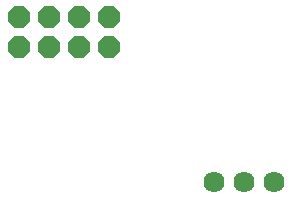
<source format=gbs>
G75*
%MOIN*%
%OFA0B0*%
%FSLAX25Y25*%
%IPPOS*%
%LPD*%
%AMOC8*
5,1,8,0,0,1.08239X$1,22.5*
%
%ADD10C,0.07060*%
%ADD11OC8,0.07400*%
D10*
X0086000Y0236000D03*
X0096000Y0236000D03*
X0106000Y0236000D03*
D11*
X0051000Y0281000D03*
X0041000Y0281000D03*
X0041000Y0291000D03*
X0051000Y0291000D03*
X0031000Y0291000D03*
X0021000Y0291000D03*
X0021000Y0281000D03*
X0031000Y0281000D03*
M02*

</source>
